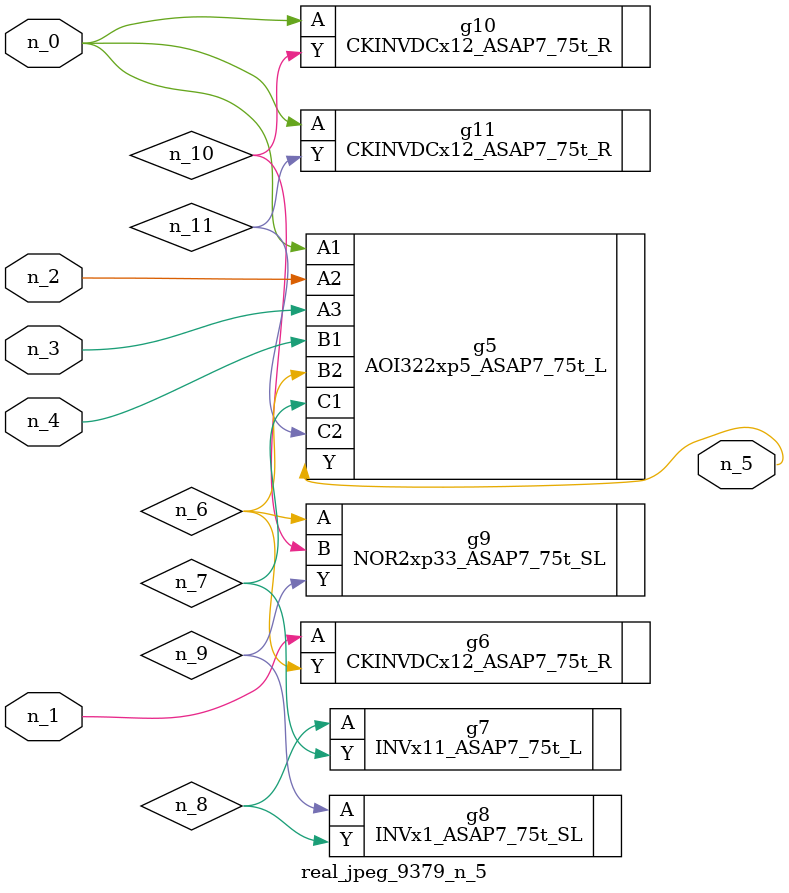
<source format=v>
module real_jpeg_9379_n_5 (n_4, n_0, n_1, n_2, n_3, n_5);

input n_4;
input n_0;
input n_1;
input n_2;
input n_3;

output n_5;

wire n_8;
wire n_11;
wire n_6;
wire n_7;
wire n_10;
wire n_9;

AOI322xp5_ASAP7_75t_L g5 ( 
.A1(n_0),
.A2(n_2),
.A3(n_3),
.B1(n_4),
.B2(n_6),
.C1(n_7),
.C2(n_11),
.Y(n_5)
);

CKINVDCx12_ASAP7_75t_R g10 ( 
.A(n_0),
.Y(n_10)
);

CKINVDCx12_ASAP7_75t_R g11 ( 
.A(n_0),
.Y(n_11)
);

CKINVDCx12_ASAP7_75t_R g6 ( 
.A(n_1),
.Y(n_6)
);

NOR2xp33_ASAP7_75t_SL g9 ( 
.A(n_6),
.B(n_10),
.Y(n_9)
);

INVx11_ASAP7_75t_L g7 ( 
.A(n_8),
.Y(n_7)
);

INVx1_ASAP7_75t_SL g8 ( 
.A(n_9),
.Y(n_8)
);


endmodule
</source>
